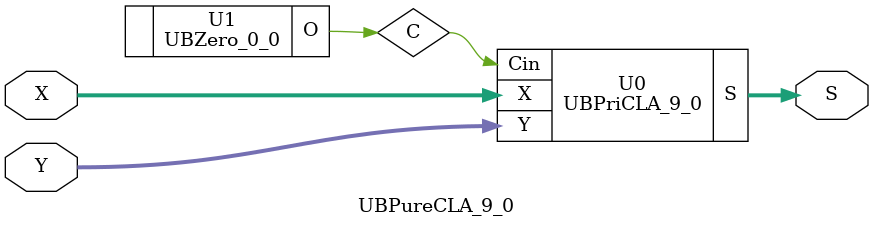
<source format=v>
/*----------------------------------------------------------------------------
  Copyright (c) 2021 Homma laboratory. All rights reserved.

  Top module: UBCLA_9_0_8_0

  Operand-1 length: 10
  Operand-2 length: 9
  Two-operand addition algorithm: Carry look-ahead adder
----------------------------------------------------------------------------*/

module UB1DCON_0(O, I);
  output O;
  input I;
  assign O = I;
endmodule

module UB1DCON_1(O, I);
  output O;
  input I;
  assign O = I;
endmodule

module UB1DCON_2(O, I);
  output O;
  input I;
  assign O = I;
endmodule

module UB1DCON_3(O, I);
  output O;
  input I;
  assign O = I;
endmodule

module UB1DCON_4(O, I);
  output O;
  input I;
  assign O = I;
endmodule

module UB1DCON_5(O, I);
  output O;
  input I;
  assign O = I;
endmodule

module UB1DCON_6(O, I);
  output O;
  input I;
  assign O = I;
endmodule

module UB1DCON_7(O, I);
  output O;
  input I;
  assign O = I;
endmodule

module UB1DCON_8(O, I);
  output O;
  input I;
  assign O = I;
endmodule

module UBZero_9_9(O);
  output [9:9] O;
  assign O[9] = 0;
endmodule

module GPGenerator(Go, Po, A, B);
  output Go;
  output Po;
  input A;
  input B;
  assign Go = A & B;
  assign Po = A ^ B;
endmodule

module CLAUnit_10(C, G, P, Cin);
  output [10:1] C;
  input Cin;
  input [9:0] G;
  input [9:0] P;
  assign C[1] = G[0] | ( P[0] & Cin );
  assign C[2] = G[1] | ( P[1] & G[0] ) | ( P[1] & P[0] & Cin );
  assign C[3] = G[2] | ( P[2] & G[1] ) | ( P[2] & P[1] & G[0] ) | ( P[2] & P[1] & P[0] & Cin );
  assign C[4] = G[3] | ( P[3] & G[2] ) | ( P[3] & P[2] & G[1] ) | ( P[3] & P[2] & P[1] & G[0] ) | ( P[3] & P[2] & P[1] & P[0] & Cin );
  assign C[5] = G[4] | ( P[4] & G[3] ) | ( P[4] & P[3] & G[2] ) | ( P[4] & P[3] & P[2] & G[1] ) | ( P[4] & P[3] & P[2] & P[1] & G[0] ) | ( P[4] & P[3] & P[2] & P[1] & P[0] & Cin );
  assign C[6] = G[5] | ( P[5] & G[4] ) | ( P[5] & P[4] & G[3] ) | ( P[5] & P[4] & P[3] & G[2] ) | ( P[5] & P[4] & P[3] & P[2] & G[1] ) | ( P[5] & P[4] & P[3] & P[2] & P[1] & G[0] ) | ( P[5] & P[4] & P[3]
 & P[2] & P[1] & P[0] & Cin );
  assign C[7] = G[6] | ( P[6] & G[5] ) | ( P[6] & P[5] & G[4] ) | ( P[6] & P[5] & P[4] & G[3] ) | ( P[6] & P[5] & P[4] & P[3] & G[2] ) | ( P[6] & P[5] & P[4] & P[3] & P[2] & G[1] ) | ( P[6] & P[5] & P[4]
 & P[3] & P[2] & P[1] & G[0] ) | ( P[6] & P[5] & P[4] & P[3] & P[2] & P[1] & P[0] & Cin );
  assign C[8] = G[7] | ( P[7] & G[6] ) | ( P[7] & P[6] & G[5] ) | ( P[7] & P[6] & P[5] & G[4] ) | ( P[7] & P[6] & P[5] & P[4] & G[3] ) | ( P[7] & P[6] & P[5] & P[4] & P[3] & G[2] ) | ( P[7] & P[6] & P[5]
 & P[4] & P[3] & P[2] & G[1] ) | ( P[7] & P[6] & P[5] & P[4] & P[3] & P[2] & P[1] & G[0] ) | ( P[7] & P[6] & P[5] & P[4] & P[3] & P[2] & P[1] & P[0] & Cin );
  assign C[9] = G[8] | ( P[8] & G[7] ) | ( P[8] & P[7] & G[6] ) | ( P[8] & P[7] & P[6] & G[5] ) | ( P[8] & P[7] & P[6] & P[5] & G[4] ) | ( P[8] & P[7] & P[6] & P[5] & P[4] & G[3] ) | ( P[8] & P[7] & P[6]
 & P[5] & P[4] & P[3] & G[2] ) | ( P[8] & P[7] & P[6] & P[5] & P[4] & P[3] & P[2] & G[1] ) | ( P[8] & P[7] & P[6] & P[5] & P[4] & P[3] & P[2] & P[1] & G[0] ) | ( P[8] & P[7] & P[6] & P[5] & P[4] & P[3]
 & P[2] & P[1] & P[0] & Cin );
  assign C[10] = G[9] | ( P[9] & G[8] ) | ( P[9] & P[8] & G[7] ) | ( P[9] & P[8] & P[7] & G[6] ) | ( P[9] & P[8] & P[7] & P[6] & G[5] ) | ( P[9] & P[8] & P[7] & P[6] & P[5] & G[4] ) | ( P[9] & P[8] & P[7]
 & P[6] & P[5] & P[4] & G[3] ) | ( P[9] & P[8] & P[7] & P[6] & P[5] & P[4] & P[3] & G[2] ) | ( P[9] & P[8] & P[7] & P[6] & P[5] & P[4] & P[3] & P[2] & G[1] ) | ( P[9] & P[8] & P[7] & P[6] & P[5] & P[4]
 & P[3] & P[2] & P[1] & G[0] ) | ( P[9] & P[8] & P[7] & P[6] & P[5] & P[4] & P[3] & P[2] & P[1] & P[0] & Cin );
endmodule

module UBPriCLA_9_0(S, X, Y, Cin);
  output [10:0] S;
  input Cin;
  input [9:0] X;
  input [9:0] Y;
  wire [10:1] C;
  wire [9:0] G;
  wire [9:0] P;
  assign S[0] = Cin ^ P[0];
  assign S[1] = C[1] ^ P[1];
  assign S[2] = C[2] ^ P[2];
  assign S[3] = C[3] ^ P[3];
  assign S[4] = C[4] ^ P[4];
  assign S[5] = C[5] ^ P[5];
  assign S[6] = C[6] ^ P[6];
  assign S[7] = C[7] ^ P[7];
  assign S[8] = C[8] ^ P[8];
  assign S[9] = C[9] ^ P[9];
  assign S[10] = C[10];
  GPGenerator U0 (G[0], P[0], X[0], Y[0]);
  GPGenerator U1 (G[1], P[1], X[1], Y[1]);
  GPGenerator U2 (G[2], P[2], X[2], Y[2]);
  GPGenerator U3 (G[3], P[3], X[3], Y[3]);
  GPGenerator U4 (G[4], P[4], X[4], Y[4]);
  GPGenerator U5 (G[5], P[5], X[5], Y[5]);
  GPGenerator U6 (G[6], P[6], X[6], Y[6]);
  GPGenerator U7 (G[7], P[7], X[7], Y[7]);
  GPGenerator U8 (G[8], P[8], X[8], Y[8]);
  GPGenerator U9 (G[9], P[9], X[9], Y[9]);
  CLAUnit_10 U10 (C, G, P, Cin);
endmodule

module UBZero_0_0(O);
  output [0:0] O;
  assign O[0] = 0;
endmodule

module UBCLA_9_0_8_0 (S, X, Y);
  output [10:0] S;
  input [9:0] X;
  input [8:0] Y;
  wire [9:0] Z;
  UBExtender_8_0_9_000 U0 (Z[9:0], Y[8:0]);
  UBPureCLA_9_0 U1 (S[10:0], X[9:0], Z[9:0]);
endmodule

module UBCON_8_0 (O, I);
  output [8:0] O;
  input [8:0] I;
  UB1DCON_0 U0 (O[0], I[0]);
  UB1DCON_1 U1 (O[1], I[1]);
  UB1DCON_2 U2 (O[2], I[2]);
  UB1DCON_3 U3 (O[3], I[3]);
  UB1DCON_4 U4 (O[4], I[4]);
  UB1DCON_5 U5 (O[5], I[5]);
  UB1DCON_6 U6 (O[6], I[6]);
  UB1DCON_7 U7 (O[7], I[7]);
  UB1DCON_8 U8 (O[8], I[8]);
endmodule

module UBExtender_8_0_9_000 (O, I);
  output [9:0] O;
  input [8:0] I;
  UBCON_8_0 U0 (O[8:0], I[8:0]);
  UBZero_9_9 U1 (O[9]);
endmodule

module UBPureCLA_9_0 (S, X, Y);
  output [10:0] S;
  input [9:0] X;
  input [9:0] Y;
  wire C;
  UBPriCLA_9_0 U0 (S, X, Y, C);
  UBZero_0_0 U1 (C);
endmodule


</source>
